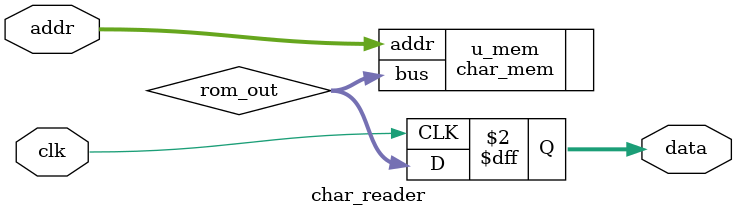
<source format=v>
module char_reader(
    input clk,
    input [4:0] addr,
    output reg [7:0] data
);
    wire [7:0] rom_out;

    // dùng char_mem gốc
    char_mem u_mem (
        .addr(addr),
        .bus(rom_out)
    );

    always @(posedge clk) begin
        data <= rom_out;
    end
endmodule

</source>
